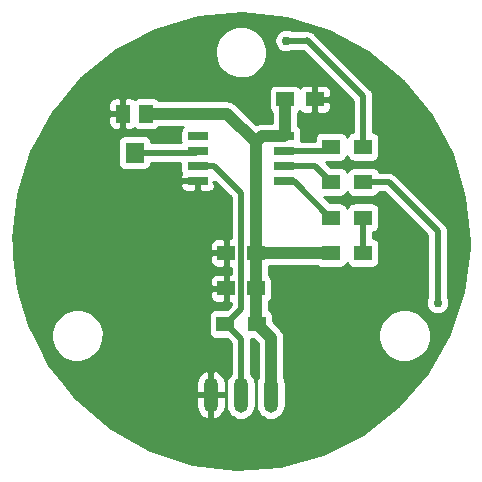
<source format=gtl>
G04 #@! TF.FileFunction,Copper,L1,Top,Signal*
%FSLAX46Y46*%
G04 Gerber Fmt 4.6, Leading zero omitted, Abs format (unit mm)*
G04 Created by KiCad (PCBNEW 4.0.4+e1-6308~48~ubuntu16.04.1-stable) date Sat Nov 26 13:58:56 2016*
%MOMM*%
%LPD*%
G01*
G04 APERTURE LIST*
%ADD10C,0.100000*%
%ADD11R,1.500000X1.250000*%
%ADD12R,1.700000X0.650000*%
%ADD13O,1.250000X3.000000*%
%ADD14R,1.500000X1.300000*%
%ADD15R,1.200000X1.500000*%
%ADD16R,1.600000X1.700000*%
%ADD17C,0.750000*%
%ADD18C,1.000000*%
%ADD19C,0.500000*%
%ADD20C,0.250000*%
G04 APERTURE END LIST*
D10*
D11*
X141250000Y-96000000D03*
X138750000Y-96000000D03*
D12*
X136350000Y-86095000D03*
X136350000Y-87365000D03*
X136350000Y-88635000D03*
X136350000Y-89905000D03*
X143650000Y-89905000D03*
X143650000Y-88635000D03*
X143650000Y-87365000D03*
X143650000Y-86095000D03*
D13*
X137460000Y-108000000D03*
X140000000Y-108000000D03*
X142540000Y-108000000D03*
D14*
X141350000Y-102000000D03*
X138650000Y-102000000D03*
X147650000Y-96000000D03*
X150350000Y-96000000D03*
X150350000Y-90000000D03*
X147650000Y-90000000D03*
X150350000Y-87000000D03*
X147650000Y-87000000D03*
D15*
X132000000Y-84200000D03*
D16*
X131000000Y-87500000D03*
D15*
X130000000Y-84200000D03*
D11*
X143750000Y-83000000D03*
X146250000Y-83000000D03*
X141250000Y-99000000D03*
X138750000Y-99000000D03*
D14*
X150350000Y-93000000D03*
X147650000Y-93000000D03*
D17*
X156650000Y-100200000D03*
X143825000Y-78025000D03*
D18*
X147650000Y-96000000D02*
X141250000Y-96000000D01*
X132000000Y-84200000D02*
X138805000Y-84200000D01*
X138805000Y-84200000D02*
X141250000Y-86645000D01*
X143750000Y-83000000D02*
X143750000Y-85995000D01*
X143750000Y-85995000D02*
X143650000Y-86095000D01*
X141250000Y-96000000D02*
X141250000Y-86645000D01*
X141250000Y-86645000D02*
X141800000Y-86095000D01*
X141800000Y-86095000D02*
X143650000Y-86095000D01*
X141250000Y-96000000D02*
X141250000Y-99000000D01*
X141250000Y-99000000D02*
X141250000Y-101900000D01*
X141250000Y-101900000D02*
X141350000Y-102000000D01*
X142540000Y-108000000D02*
X142540000Y-103190000D01*
X142540000Y-103190000D02*
X141350000Y-102000000D01*
D19*
X150350000Y-93000000D02*
X150350000Y-96000000D01*
X147650000Y-93000000D02*
X147550000Y-93000000D01*
X147550000Y-93000000D02*
X144455000Y-89905000D01*
X144455000Y-89905000D02*
X143650000Y-89905000D01*
X144175000Y-89905000D02*
X143650000Y-89905000D01*
X131000000Y-87500000D02*
X136215000Y-87500000D01*
X136215000Y-87500000D02*
X136350000Y-87365000D01*
X140000000Y-108000000D02*
X140000000Y-103250000D01*
X140000000Y-103250000D02*
X138750000Y-102000000D01*
X138750000Y-102000000D02*
X138650000Y-102000000D01*
X140000000Y-90935000D02*
X140000000Y-100750000D01*
X137700000Y-88635000D02*
X140000000Y-90935000D01*
X136350000Y-88635000D02*
X137700000Y-88635000D01*
X140000000Y-100750000D02*
X138750000Y-102000000D01*
X147650000Y-90000000D02*
X146285000Y-88635000D01*
X146285000Y-88635000D02*
X143650000Y-88635000D01*
X147650000Y-87000000D02*
X147285000Y-87365000D01*
X147285000Y-87365000D02*
X143650000Y-87365000D01*
X145600000Y-78000000D02*
X145575000Y-78025000D01*
X145575000Y-78025000D02*
X143825000Y-78025000D01*
X150350000Y-82750000D02*
X145600000Y-78000000D01*
X150350000Y-87000000D02*
X150350000Y-82750000D01*
X156650000Y-100200000D02*
X156650000Y-94150000D01*
X156650000Y-94150000D02*
X152500000Y-90000000D01*
X150350000Y-90000000D02*
X152500000Y-90000000D01*
D20*
G36*
X143880804Y-76094198D02*
X147479051Y-77208041D01*
X150792423Y-78999575D01*
X153694715Y-81400560D01*
X156075380Y-84319543D01*
X157843738Y-87645342D01*
X158932434Y-91251277D01*
X159300000Y-95000000D01*
X159292475Y-95538888D01*
X158820383Y-99275886D01*
X157631427Y-102850017D01*
X155770897Y-106125144D01*
X153309657Y-108976517D01*
X150341457Y-111295529D01*
X146979354Y-112993849D01*
X143351410Y-114006790D01*
X139595811Y-114295767D01*
X135855608Y-113849775D01*
X132273264Y-112685801D01*
X128985228Y-110848180D01*
X126116742Y-108406907D01*
X125893306Y-108125000D01*
X136210000Y-108125000D01*
X136210000Y-109000000D01*
X136258405Y-109241461D01*
X136352986Y-109468839D01*
X136490109Y-109673396D01*
X136664505Y-109847271D01*
X136869471Y-109983782D01*
X137097130Y-110077684D01*
X137141976Y-110083867D01*
X137335000Y-109961584D01*
X137335000Y-108125000D01*
X137585000Y-108125000D01*
X137585000Y-109961584D01*
X137778024Y-110083867D01*
X137822870Y-110077684D01*
X138050529Y-109983782D01*
X138255495Y-109847271D01*
X138429891Y-109673396D01*
X138567014Y-109468839D01*
X138661595Y-109241461D01*
X138710000Y-109000000D01*
X138710000Y-108125000D01*
X137585000Y-108125000D01*
X137335000Y-108125000D01*
X136210000Y-108125000D01*
X125893306Y-108125000D01*
X125001643Y-107000000D01*
X136210000Y-107000000D01*
X136210000Y-107875000D01*
X137335000Y-107875000D01*
X137335000Y-106038416D01*
X137585000Y-106038416D01*
X137585000Y-107875000D01*
X138710000Y-107875000D01*
X138710000Y-107000000D01*
X138661595Y-106758539D01*
X138567014Y-106531161D01*
X138429891Y-106326604D01*
X138255495Y-106152729D01*
X138050529Y-106016218D01*
X137822870Y-105922316D01*
X137778024Y-105916133D01*
X137585000Y-106038416D01*
X137335000Y-106038416D01*
X137141976Y-105916133D01*
X137097130Y-105922316D01*
X136869471Y-106016218D01*
X136664505Y-106152729D01*
X136490109Y-106326604D01*
X136352986Y-106531161D01*
X136258405Y-106758539D01*
X136210000Y-107000000D01*
X125001643Y-107000000D01*
X123777065Y-105454968D01*
X122611531Y-103187084D01*
X123915669Y-103187084D01*
X123994438Y-103616261D01*
X124155067Y-104021964D01*
X124391439Y-104388741D01*
X124694550Y-104702621D01*
X125052854Y-104951650D01*
X125452704Y-105126340D01*
X125878870Y-105220039D01*
X126315120Y-105229177D01*
X126744836Y-105153406D01*
X127151651Y-104995613D01*
X127520069Y-104761808D01*
X127836058Y-104460896D01*
X128087581Y-104104338D01*
X128265059Y-103705717D01*
X128361730Y-103280216D01*
X128368690Y-102781827D01*
X128283936Y-102353793D01*
X128117658Y-101950371D01*
X127876189Y-101586930D01*
X127568725Y-101277313D01*
X127206978Y-101033312D01*
X126804728Y-100864221D01*
X126377295Y-100776482D01*
X125940961Y-100773436D01*
X125512345Y-100855198D01*
X125107772Y-101018656D01*
X124742655Y-101257583D01*
X124430898Y-101562877D01*
X124184377Y-101922912D01*
X124012483Y-102323972D01*
X123921761Y-102750782D01*
X123915669Y-103187084D01*
X122611531Y-103187084D01*
X122055314Y-102104804D01*
X121245674Y-99281250D01*
X137375000Y-99281250D01*
X137375000Y-99686557D01*
X137399018Y-99807306D01*
X137446132Y-99921049D01*
X137514531Y-100023414D01*
X137601586Y-100110469D01*
X137703952Y-100178868D01*
X137817694Y-100225982D01*
X137938443Y-100250000D01*
X138468750Y-100250000D01*
X138625000Y-100093750D01*
X138625000Y-99125000D01*
X137531250Y-99125000D01*
X137375000Y-99281250D01*
X121245674Y-99281250D01*
X121017071Y-98484020D01*
X121002748Y-98313443D01*
X137375000Y-98313443D01*
X137375000Y-98718750D01*
X137531250Y-98875000D01*
X138625000Y-98875000D01*
X138625000Y-97906250D01*
X138468750Y-97750000D01*
X137938443Y-97750000D01*
X137817694Y-97774018D01*
X137703952Y-97821132D01*
X137601586Y-97889531D01*
X137514531Y-97976586D01*
X137446132Y-98078951D01*
X137399018Y-98192694D01*
X137375000Y-98313443D01*
X121002748Y-98313443D01*
X120832100Y-96281250D01*
X137375000Y-96281250D01*
X137375000Y-96686557D01*
X137399018Y-96807306D01*
X137446132Y-96921049D01*
X137514531Y-97023414D01*
X137601586Y-97110469D01*
X137703952Y-97178868D01*
X137817694Y-97225982D01*
X137938443Y-97250000D01*
X138468750Y-97250000D01*
X138625000Y-97093750D01*
X138625000Y-96125000D01*
X137531250Y-96125000D01*
X137375000Y-96281250D01*
X120832100Y-96281250D01*
X120750831Y-95313443D01*
X137375000Y-95313443D01*
X137375000Y-95718750D01*
X137531250Y-95875000D01*
X138625000Y-95875000D01*
X138625000Y-94906250D01*
X138468750Y-94750000D01*
X137938443Y-94750000D01*
X137817694Y-94774018D01*
X137703952Y-94821132D01*
X137601586Y-94889531D01*
X137514531Y-94976586D01*
X137446132Y-95078951D01*
X137399018Y-95192694D01*
X137375000Y-95313443D01*
X120750831Y-95313443D01*
X120701881Y-94730530D01*
X121121751Y-90987304D01*
X121375860Y-90186250D01*
X134875000Y-90186250D01*
X134875000Y-90291557D01*
X134899018Y-90412306D01*
X134946132Y-90526049D01*
X135014531Y-90628414D01*
X135101586Y-90715469D01*
X135203952Y-90783868D01*
X135317694Y-90830982D01*
X135438443Y-90855000D01*
X136068750Y-90855000D01*
X136225000Y-90698750D01*
X136225000Y-90030000D01*
X135031250Y-90030000D01*
X134875000Y-90186250D01*
X121375860Y-90186250D01*
X122260688Y-87396921D01*
X122671311Y-86650000D01*
X129571976Y-86650000D01*
X129571976Y-88350000D01*
X129579913Y-88449529D01*
X129632191Y-88618341D01*
X129729429Y-88765905D01*
X129863927Y-88880537D01*
X130025037Y-88953160D01*
X130200000Y-88978024D01*
X131800000Y-88978024D01*
X131899529Y-88970087D01*
X132068341Y-88917809D01*
X132215905Y-88820571D01*
X132330537Y-88686073D01*
X132403160Y-88524963D01*
X132424471Y-88375000D01*
X134871976Y-88375000D01*
X134871976Y-88960000D01*
X134879913Y-89059529D01*
X134932191Y-89228341D01*
X134957563Y-89266844D01*
X134946132Y-89283951D01*
X134899018Y-89397694D01*
X134875000Y-89518443D01*
X134875000Y-89623750D01*
X135031250Y-89780000D01*
X136225000Y-89780000D01*
X136225000Y-89760000D01*
X136475000Y-89760000D01*
X136475000Y-89780000D01*
X136495000Y-89780000D01*
X136495000Y-90030000D01*
X136475000Y-90030000D01*
X136475000Y-90698750D01*
X136631250Y-90855000D01*
X137261557Y-90855000D01*
X137382306Y-90830982D01*
X137496048Y-90783868D01*
X137598414Y-90715469D01*
X137685469Y-90628414D01*
X137753868Y-90526049D01*
X137800982Y-90412306D01*
X137825000Y-90291557D01*
X137825000Y-90186250D01*
X137668752Y-90030002D01*
X137825000Y-90030002D01*
X137825000Y-89997436D01*
X139125000Y-91297437D01*
X139125000Y-94750000D01*
X139031250Y-94750000D01*
X138875000Y-94906250D01*
X138875000Y-95875000D01*
X138895000Y-95875000D01*
X138895000Y-96125000D01*
X138875000Y-96125000D01*
X138875000Y-97093750D01*
X139031250Y-97250000D01*
X139125000Y-97250000D01*
X139125000Y-97750000D01*
X139031250Y-97750000D01*
X138875000Y-97906250D01*
X138875000Y-98875000D01*
X138895000Y-98875000D01*
X138895000Y-99125000D01*
X138875000Y-99125000D01*
X138875000Y-100093750D01*
X139031250Y-100250000D01*
X139125000Y-100250000D01*
X139125000Y-100387564D01*
X138790588Y-100721976D01*
X137900000Y-100721976D01*
X137800471Y-100729913D01*
X137631659Y-100782191D01*
X137484095Y-100879429D01*
X137369463Y-101013927D01*
X137296840Y-101175037D01*
X137271976Y-101350000D01*
X137271976Y-102650000D01*
X137279913Y-102749529D01*
X137332191Y-102918341D01*
X137429429Y-103065905D01*
X137563927Y-103180537D01*
X137725037Y-103253160D01*
X137900000Y-103278024D01*
X138790588Y-103278024D01*
X139125000Y-103612436D01*
X139125000Y-106222129D01*
X138968608Y-106408509D01*
X138851081Y-106622291D01*
X138777315Y-106854828D01*
X138750122Y-107097265D01*
X138750000Y-107114718D01*
X138750000Y-108885282D01*
X138773806Y-109128075D01*
X138844317Y-109361620D01*
X138958848Y-109577021D01*
X139113037Y-109766075D01*
X139301009Y-109921579D01*
X139515606Y-110037611D01*
X139748653Y-110109751D01*
X139991273Y-110135252D01*
X140234227Y-110113141D01*
X140468258Y-110044262D01*
X140684454Y-109931237D01*
X140874579Y-109778373D01*
X141031392Y-109591491D01*
X141148919Y-109377709D01*
X141222685Y-109145172D01*
X141249878Y-108902735D01*
X141250000Y-108885282D01*
X141250000Y-107114718D01*
X141226194Y-106871925D01*
X141155683Y-106638380D01*
X141041152Y-106422979D01*
X140886963Y-106233925D01*
X140875000Y-106224028D01*
X140875000Y-103278024D01*
X141037034Y-103278024D01*
X141415000Y-103655990D01*
X141415000Y-106578782D01*
X141391081Y-106622291D01*
X141317315Y-106854828D01*
X141290122Y-107097265D01*
X141290000Y-107114718D01*
X141290000Y-108885282D01*
X141313806Y-109128075D01*
X141384317Y-109361620D01*
X141498848Y-109577021D01*
X141653037Y-109766075D01*
X141841009Y-109921579D01*
X142055606Y-110037611D01*
X142288653Y-110109751D01*
X142531273Y-110135252D01*
X142774227Y-110113141D01*
X143008258Y-110044262D01*
X143224454Y-109931237D01*
X143414579Y-109778373D01*
X143571392Y-109591491D01*
X143688919Y-109377709D01*
X143762685Y-109145172D01*
X143789878Y-108902735D01*
X143790000Y-108885282D01*
X143790000Y-107114718D01*
X143766194Y-106871925D01*
X143695683Y-106638380D01*
X143665000Y-106580674D01*
X143665000Y-103190000D01*
X143664715Y-103187084D01*
X151628481Y-103187084D01*
X151707250Y-103616261D01*
X151867879Y-104021964D01*
X152104251Y-104388741D01*
X152407362Y-104702621D01*
X152765666Y-104951650D01*
X153165516Y-105126340D01*
X153591682Y-105220039D01*
X154027932Y-105229177D01*
X154457648Y-105153406D01*
X154864463Y-104995613D01*
X155232881Y-104761808D01*
X155548870Y-104460896D01*
X155800393Y-104104338D01*
X155977871Y-103705717D01*
X156074542Y-103280216D01*
X156081502Y-102781827D01*
X155996748Y-102353793D01*
X155830470Y-101950371D01*
X155589001Y-101586930D01*
X155281537Y-101277313D01*
X154919790Y-101033312D01*
X154517540Y-100864221D01*
X154090107Y-100776482D01*
X153653773Y-100773436D01*
X153225157Y-100855198D01*
X152820584Y-101018656D01*
X152455467Y-101257583D01*
X152143710Y-101562877D01*
X151897189Y-101922912D01*
X151725295Y-102323972D01*
X151634573Y-102750782D01*
X151628481Y-103187084D01*
X143664715Y-103187084D01*
X143654855Y-103086531D01*
X143645802Y-102983054D01*
X143644153Y-102977377D01*
X143643575Y-102971486D01*
X143613538Y-102871999D01*
X143584547Y-102772212D01*
X143581823Y-102766957D01*
X143580114Y-102761296D01*
X143531362Y-102669606D01*
X143483505Y-102577281D01*
X143479810Y-102572653D01*
X143477036Y-102567435D01*
X143411396Y-102486953D01*
X143346524Y-102405689D01*
X143338404Y-102397454D01*
X143338267Y-102397287D01*
X143338112Y-102397159D01*
X143335495Y-102394505D01*
X142728024Y-101787034D01*
X142728024Y-101350000D01*
X142720087Y-101250471D01*
X142667809Y-101081659D01*
X142570571Y-100934095D01*
X142436073Y-100819463D01*
X142375000Y-100791933D01*
X142375000Y-100122526D01*
X142415905Y-100095571D01*
X142530537Y-99961073D01*
X142603160Y-99799963D01*
X142628024Y-99625000D01*
X142628024Y-98375000D01*
X142620087Y-98275471D01*
X142567809Y-98106659D01*
X142470571Y-97959095D01*
X142375000Y-97877640D01*
X142375000Y-97125000D01*
X146498765Y-97125000D01*
X146563927Y-97180537D01*
X146725037Y-97253160D01*
X146900000Y-97278024D01*
X148400000Y-97278024D01*
X148499529Y-97270087D01*
X148668341Y-97217809D01*
X148815905Y-97120571D01*
X148930537Y-96986073D01*
X149003160Y-96824963D01*
X149003196Y-96824712D01*
X149032191Y-96918341D01*
X149129429Y-97065905D01*
X149263927Y-97180537D01*
X149425037Y-97253160D01*
X149600000Y-97278024D01*
X151100000Y-97278024D01*
X151199529Y-97270087D01*
X151368341Y-97217809D01*
X151515905Y-97120571D01*
X151630537Y-96986073D01*
X151703160Y-96824963D01*
X151728024Y-96650000D01*
X151728024Y-95350000D01*
X151720087Y-95250471D01*
X151667809Y-95081659D01*
X151570571Y-94934095D01*
X151436073Y-94819463D01*
X151274963Y-94746840D01*
X151225000Y-94739740D01*
X151225000Y-94262199D01*
X151368341Y-94217809D01*
X151515905Y-94120571D01*
X151630537Y-93986073D01*
X151703160Y-93824963D01*
X151728024Y-93650000D01*
X151728024Y-92350000D01*
X151720087Y-92250471D01*
X151667809Y-92081659D01*
X151570571Y-91934095D01*
X151436073Y-91819463D01*
X151274963Y-91746840D01*
X151100000Y-91721976D01*
X149600000Y-91721976D01*
X149500471Y-91729913D01*
X149331659Y-91782191D01*
X149184095Y-91879429D01*
X149069463Y-92013927D01*
X148996840Y-92175037D01*
X148996804Y-92175288D01*
X148967809Y-92081659D01*
X148870571Y-91934095D01*
X148736073Y-91819463D01*
X148574963Y-91746840D01*
X148400000Y-91721976D01*
X147509412Y-91721976D01*
X147065460Y-91278024D01*
X148400000Y-91278024D01*
X148499529Y-91270087D01*
X148668341Y-91217809D01*
X148815905Y-91120571D01*
X148930537Y-90986073D01*
X149003160Y-90824963D01*
X149003196Y-90824712D01*
X149032191Y-90918341D01*
X149129429Y-91065905D01*
X149263927Y-91180537D01*
X149425037Y-91253160D01*
X149600000Y-91278024D01*
X151100000Y-91278024D01*
X151199529Y-91270087D01*
X151368341Y-91217809D01*
X151515905Y-91120571D01*
X151630537Y-90986073D01*
X151680605Y-90875000D01*
X152137564Y-90875000D01*
X155775000Y-94512437D01*
X155775000Y-99707814D01*
X155769453Y-99715915D01*
X155692197Y-99896167D01*
X155651423Y-100087992D01*
X155648685Y-100284083D01*
X155684087Y-100476971D01*
X155756280Y-100659310D01*
X155862514Y-100824154D01*
X155998744Y-100965223D01*
X156159780Y-101077146D01*
X156339488Y-101155659D01*
X156531023Y-101197770D01*
X156727090Y-101201877D01*
X156920221Y-101167823D01*
X157103059Y-101096905D01*
X157268641Y-100991824D01*
X157410658Y-100856583D01*
X157523702Y-100696332D01*
X157603468Y-100517176D01*
X157646916Y-100325940D01*
X157650043Y-100101945D01*
X157611952Y-99909570D01*
X157537220Y-99728257D01*
X157525000Y-99709864D01*
X157525000Y-94150000D01*
X157517110Y-94069529D01*
X157510068Y-93989042D01*
X157508785Y-93984627D01*
X157508336Y-93980045D01*
X157484949Y-93902585D01*
X157462424Y-93825053D01*
X157460310Y-93820974D01*
X157458978Y-93816563D01*
X157421006Y-93745147D01*
X157383837Y-93673441D01*
X157380966Y-93669845D01*
X157378806Y-93665782D01*
X157327743Y-93603173D01*
X157277297Y-93539980D01*
X157270978Y-93533573D01*
X157270874Y-93533445D01*
X157270755Y-93533347D01*
X157268718Y-93531281D01*
X153118718Y-89381282D01*
X153056248Y-89329967D01*
X152994346Y-89278026D01*
X152990319Y-89275812D01*
X152986759Y-89272888D01*
X152915469Y-89234663D01*
X152844699Y-89195757D01*
X152840315Y-89194366D01*
X152836258Y-89192191D01*
X152758959Y-89168558D01*
X152681923Y-89144121D01*
X152677349Y-89143608D01*
X152672950Y-89142263D01*
X152592594Y-89134101D01*
X152512217Y-89125085D01*
X152503215Y-89125022D01*
X152503054Y-89125006D01*
X152502904Y-89125020D01*
X152500000Y-89125000D01*
X151681231Y-89125000D01*
X151667809Y-89081659D01*
X151570571Y-88934095D01*
X151436073Y-88819463D01*
X151274963Y-88746840D01*
X151100000Y-88721976D01*
X149600000Y-88721976D01*
X149500471Y-88729913D01*
X149331659Y-88782191D01*
X149184095Y-88879429D01*
X149069463Y-89013927D01*
X148996840Y-89175037D01*
X148996804Y-89175288D01*
X148967809Y-89081659D01*
X148870571Y-88934095D01*
X148736073Y-88819463D01*
X148574963Y-88746840D01*
X148400000Y-88721976D01*
X147609413Y-88721976D01*
X147165460Y-88278024D01*
X148400000Y-88278024D01*
X148499529Y-88270087D01*
X148668341Y-88217809D01*
X148815905Y-88120571D01*
X148930537Y-87986073D01*
X149003160Y-87824963D01*
X149003196Y-87824712D01*
X149032191Y-87918341D01*
X149129429Y-88065905D01*
X149263927Y-88180537D01*
X149425037Y-88253160D01*
X149600000Y-88278024D01*
X151100000Y-88278024D01*
X151199529Y-88270087D01*
X151368341Y-88217809D01*
X151515905Y-88120571D01*
X151630537Y-87986073D01*
X151703160Y-87824963D01*
X151728024Y-87650000D01*
X151728024Y-86350000D01*
X151720087Y-86250471D01*
X151667809Y-86081659D01*
X151570571Y-85934095D01*
X151436073Y-85819463D01*
X151274963Y-85746840D01*
X151225000Y-85739740D01*
X151225000Y-82750000D01*
X151217110Y-82669529D01*
X151210068Y-82589042D01*
X151208785Y-82584627D01*
X151208336Y-82580045D01*
X151184949Y-82502585D01*
X151162424Y-82425053D01*
X151160310Y-82420974D01*
X151158978Y-82416563D01*
X151121006Y-82345147D01*
X151083837Y-82273441D01*
X151080966Y-82269845D01*
X151078806Y-82265782D01*
X151027743Y-82203173D01*
X150977297Y-82139980D01*
X150970978Y-82133573D01*
X150970874Y-82133445D01*
X150970755Y-82133347D01*
X150968718Y-82131281D01*
X146218718Y-77381282D01*
X146155040Y-77328975D01*
X146091822Y-77276305D01*
X146089136Y-77274841D01*
X146086759Y-77272888D01*
X146014089Y-77233923D01*
X145941889Y-77194558D01*
X145938961Y-77193641D01*
X145936258Y-77192191D01*
X145857539Y-77168124D01*
X145778934Y-77143491D01*
X145775882Y-77143159D01*
X145772950Y-77142263D01*
X145691098Y-77133949D01*
X145609163Y-77125048D01*
X145606103Y-77125316D01*
X145603054Y-77125006D01*
X145521075Y-77132755D01*
X145439042Y-77139932D01*
X145436099Y-77140787D01*
X145433042Y-77141076D01*
X145403108Y-77150000D01*
X144316128Y-77150000D01*
X144302926Y-77141095D01*
X144122139Y-77065099D01*
X143930034Y-77025666D01*
X143733929Y-77024297D01*
X143541292Y-77061044D01*
X143359462Y-77134508D01*
X143195364Y-77241891D01*
X143055249Y-77379102D01*
X142944453Y-77540915D01*
X142867197Y-77721167D01*
X142826423Y-77912992D01*
X142823685Y-78109083D01*
X142859087Y-78301971D01*
X142931280Y-78484310D01*
X143037514Y-78649154D01*
X143173744Y-78790223D01*
X143334780Y-78902146D01*
X143514488Y-78980659D01*
X143706023Y-79022770D01*
X143902090Y-79026877D01*
X144095221Y-78992823D01*
X144278059Y-78921905D01*
X144312576Y-78900000D01*
X145262564Y-78900000D01*
X149475000Y-83112437D01*
X149475000Y-85737801D01*
X149331659Y-85782191D01*
X149184095Y-85879429D01*
X149069463Y-86013927D01*
X148996840Y-86175037D01*
X148996804Y-86175288D01*
X148967809Y-86081659D01*
X148870571Y-85934095D01*
X148736073Y-85819463D01*
X148574963Y-85746840D01*
X148400000Y-85721976D01*
X146900000Y-85721976D01*
X146800471Y-85729913D01*
X146631659Y-85782191D01*
X146484095Y-85879429D01*
X146369463Y-86013927D01*
X146296840Y-86175037D01*
X146271976Y-86350000D01*
X146271976Y-86490000D01*
X145118076Y-86490000D01*
X145128024Y-86420000D01*
X145128024Y-85770000D01*
X145120087Y-85670471D01*
X145067809Y-85501659D01*
X144970571Y-85354095D01*
X144875000Y-85272640D01*
X144875000Y-84122526D01*
X144915905Y-84095571D01*
X144998215Y-83998996D01*
X145014531Y-84023414D01*
X145101586Y-84110469D01*
X145203952Y-84178868D01*
X145317694Y-84225982D01*
X145438443Y-84250000D01*
X145968750Y-84250000D01*
X146125000Y-84093750D01*
X146125000Y-83125000D01*
X146375000Y-83125000D01*
X146375000Y-84093750D01*
X146531250Y-84250000D01*
X147061557Y-84250000D01*
X147182306Y-84225982D01*
X147296048Y-84178868D01*
X147398414Y-84110469D01*
X147485469Y-84023414D01*
X147553868Y-83921049D01*
X147600982Y-83807306D01*
X147625000Y-83686557D01*
X147625000Y-83281250D01*
X147468750Y-83125000D01*
X146375000Y-83125000D01*
X146125000Y-83125000D01*
X146105000Y-83125000D01*
X146105000Y-82875000D01*
X146125000Y-82875000D01*
X146125000Y-81906250D01*
X146375000Y-81906250D01*
X146375000Y-82875000D01*
X147468750Y-82875000D01*
X147625000Y-82718750D01*
X147625000Y-82313443D01*
X147600982Y-82192694D01*
X147553868Y-82078951D01*
X147485469Y-81976586D01*
X147398414Y-81889531D01*
X147296048Y-81821132D01*
X147182306Y-81774018D01*
X147061557Y-81750000D01*
X146531250Y-81750000D01*
X146375000Y-81906250D01*
X146125000Y-81906250D01*
X145968750Y-81750000D01*
X145438443Y-81750000D01*
X145317694Y-81774018D01*
X145203952Y-81821132D01*
X145101586Y-81889531D01*
X145014531Y-81976586D01*
X144998201Y-82001025D01*
X144970571Y-81959095D01*
X144836073Y-81844463D01*
X144674963Y-81771840D01*
X144500000Y-81746976D01*
X143000000Y-81746976D01*
X142900471Y-81754913D01*
X142731659Y-81807191D01*
X142584095Y-81904429D01*
X142469463Y-82038927D01*
X142396840Y-82200037D01*
X142371976Y-82375000D01*
X142371976Y-83625000D01*
X142379913Y-83724529D01*
X142432191Y-83893341D01*
X142529429Y-84040905D01*
X142625000Y-84122360D01*
X142625000Y-84970000D01*
X141800000Y-84970000D01*
X141696531Y-84980145D01*
X141593054Y-84989198D01*
X141587377Y-84990847D01*
X141581486Y-84991425D01*
X141481966Y-85021472D01*
X141382211Y-85050454D01*
X141376960Y-85053176D01*
X141371296Y-85054886D01*
X141292678Y-85096688D01*
X139600495Y-83404505D01*
X139520190Y-83338541D01*
X139440588Y-83271747D01*
X139435405Y-83268898D01*
X139430833Y-83265142D01*
X139339254Y-83216038D01*
X139248185Y-83165973D01*
X139242544Y-83164183D01*
X139237332Y-83161389D01*
X139138015Y-83131025D01*
X139038901Y-83099584D01*
X139033017Y-83098924D01*
X139027365Y-83097196D01*
X138924015Y-83086698D01*
X138820707Y-83075110D01*
X138809144Y-83075029D01*
X138808927Y-83075007D01*
X138808725Y-83075026D01*
X138805000Y-83075000D01*
X133097526Y-83075000D01*
X133070571Y-83034095D01*
X132936073Y-82919463D01*
X132774963Y-82846840D01*
X132600000Y-82821976D01*
X131400000Y-82821976D01*
X131300471Y-82829913D01*
X131131659Y-82882191D01*
X131001707Y-82967824D01*
X130998414Y-82964531D01*
X130896048Y-82896132D01*
X130782306Y-82849018D01*
X130661557Y-82825000D01*
X130281250Y-82825000D01*
X130125000Y-82981250D01*
X130125000Y-84075000D01*
X130145000Y-84075000D01*
X130145000Y-84325000D01*
X130125000Y-84325000D01*
X130125000Y-85418750D01*
X130281250Y-85575000D01*
X130661557Y-85575000D01*
X130782306Y-85550982D01*
X130896048Y-85503868D01*
X130998414Y-85435469D01*
X131004228Y-85429655D01*
X131063927Y-85480537D01*
X131225037Y-85553160D01*
X131400000Y-85578024D01*
X132600000Y-85578024D01*
X132699529Y-85570087D01*
X132868341Y-85517809D01*
X133015905Y-85420571D01*
X133097360Y-85325000D01*
X135062301Y-85325000D01*
X134969463Y-85433927D01*
X134896840Y-85595037D01*
X134871976Y-85770000D01*
X134871976Y-86420000D01*
X134879913Y-86519529D01*
X134912575Y-86625000D01*
X132426030Y-86625000D01*
X132420087Y-86550471D01*
X132367809Y-86381659D01*
X132270571Y-86234095D01*
X132136073Y-86119463D01*
X131974963Y-86046840D01*
X131800000Y-86021976D01*
X130200000Y-86021976D01*
X130100471Y-86029913D01*
X129931659Y-86082191D01*
X129784095Y-86179429D01*
X129669463Y-86313927D01*
X129596840Y-86475037D01*
X129571976Y-86650000D01*
X122671311Y-86650000D01*
X123863591Y-84481250D01*
X128775000Y-84481250D01*
X128775000Y-85011557D01*
X128799018Y-85132306D01*
X128846132Y-85246049D01*
X128914531Y-85348414D01*
X129001586Y-85435469D01*
X129103952Y-85503868D01*
X129217694Y-85550982D01*
X129338443Y-85575000D01*
X129718750Y-85575000D01*
X129875000Y-85418750D01*
X129875000Y-84325000D01*
X128931250Y-84325000D01*
X128775000Y-84481250D01*
X123863591Y-84481250D01*
X124075309Y-84096137D01*
X124669134Y-83388443D01*
X128775000Y-83388443D01*
X128775000Y-83918750D01*
X128931250Y-84075000D01*
X129875000Y-84075000D01*
X129875000Y-82981250D01*
X129718750Y-82825000D01*
X129338443Y-82825000D01*
X129217694Y-82849018D01*
X129103952Y-82896132D01*
X129001586Y-82964531D01*
X128914531Y-83051586D01*
X128846132Y-83153951D01*
X128799018Y-83267694D01*
X128775000Y-83388443D01*
X124669134Y-83388443D01*
X126496498Y-81210677D01*
X129013340Y-79187084D01*
X137772075Y-79187084D01*
X137850844Y-79616261D01*
X138011473Y-80021964D01*
X138247845Y-80388741D01*
X138550956Y-80702621D01*
X138909260Y-80951650D01*
X139309110Y-81126340D01*
X139735276Y-81220039D01*
X140171526Y-81229177D01*
X140601242Y-81153406D01*
X141008057Y-80995613D01*
X141376475Y-80761808D01*
X141692464Y-80460896D01*
X141943987Y-80104338D01*
X142121465Y-79705717D01*
X142218136Y-79280216D01*
X142225096Y-78781827D01*
X142140342Y-78353793D01*
X141974064Y-77950371D01*
X141732595Y-77586930D01*
X141425131Y-77277313D01*
X141063384Y-77033312D01*
X140661134Y-76864221D01*
X140233701Y-76776482D01*
X139797367Y-76773436D01*
X139368751Y-76855198D01*
X138964178Y-77018656D01*
X138599061Y-77257583D01*
X138287304Y-77562877D01*
X138040783Y-77922912D01*
X137868889Y-78323972D01*
X137778167Y-78750782D01*
X137772075Y-79187084D01*
X129013340Y-79187084D01*
X129432030Y-78850449D01*
X132770093Y-77105352D01*
X136383541Y-76041856D01*
X140134738Y-75700470D01*
X143880804Y-76094198D01*
X143880804Y-76094198D01*
G37*
X143880804Y-76094198D02*
X147479051Y-77208041D01*
X150792423Y-78999575D01*
X153694715Y-81400560D01*
X156075380Y-84319543D01*
X157843738Y-87645342D01*
X158932434Y-91251277D01*
X159300000Y-95000000D01*
X159292475Y-95538888D01*
X158820383Y-99275886D01*
X157631427Y-102850017D01*
X155770897Y-106125144D01*
X153309657Y-108976517D01*
X150341457Y-111295529D01*
X146979354Y-112993849D01*
X143351410Y-114006790D01*
X139595811Y-114295767D01*
X135855608Y-113849775D01*
X132273264Y-112685801D01*
X128985228Y-110848180D01*
X126116742Y-108406907D01*
X125893306Y-108125000D01*
X136210000Y-108125000D01*
X136210000Y-109000000D01*
X136258405Y-109241461D01*
X136352986Y-109468839D01*
X136490109Y-109673396D01*
X136664505Y-109847271D01*
X136869471Y-109983782D01*
X137097130Y-110077684D01*
X137141976Y-110083867D01*
X137335000Y-109961584D01*
X137335000Y-108125000D01*
X137585000Y-108125000D01*
X137585000Y-109961584D01*
X137778024Y-110083867D01*
X137822870Y-110077684D01*
X138050529Y-109983782D01*
X138255495Y-109847271D01*
X138429891Y-109673396D01*
X138567014Y-109468839D01*
X138661595Y-109241461D01*
X138710000Y-109000000D01*
X138710000Y-108125000D01*
X137585000Y-108125000D01*
X137335000Y-108125000D01*
X136210000Y-108125000D01*
X125893306Y-108125000D01*
X125001643Y-107000000D01*
X136210000Y-107000000D01*
X136210000Y-107875000D01*
X137335000Y-107875000D01*
X137335000Y-106038416D01*
X137585000Y-106038416D01*
X137585000Y-107875000D01*
X138710000Y-107875000D01*
X138710000Y-107000000D01*
X138661595Y-106758539D01*
X138567014Y-106531161D01*
X138429891Y-106326604D01*
X138255495Y-106152729D01*
X138050529Y-106016218D01*
X137822870Y-105922316D01*
X137778024Y-105916133D01*
X137585000Y-106038416D01*
X137335000Y-106038416D01*
X137141976Y-105916133D01*
X137097130Y-105922316D01*
X136869471Y-106016218D01*
X136664505Y-106152729D01*
X136490109Y-106326604D01*
X136352986Y-106531161D01*
X136258405Y-106758539D01*
X136210000Y-107000000D01*
X125001643Y-107000000D01*
X123777065Y-105454968D01*
X122611531Y-103187084D01*
X123915669Y-103187084D01*
X123994438Y-103616261D01*
X124155067Y-104021964D01*
X124391439Y-104388741D01*
X124694550Y-104702621D01*
X125052854Y-104951650D01*
X125452704Y-105126340D01*
X125878870Y-105220039D01*
X126315120Y-105229177D01*
X126744836Y-105153406D01*
X127151651Y-104995613D01*
X127520069Y-104761808D01*
X127836058Y-104460896D01*
X128087581Y-104104338D01*
X128265059Y-103705717D01*
X128361730Y-103280216D01*
X128368690Y-102781827D01*
X128283936Y-102353793D01*
X128117658Y-101950371D01*
X127876189Y-101586930D01*
X127568725Y-101277313D01*
X127206978Y-101033312D01*
X126804728Y-100864221D01*
X126377295Y-100776482D01*
X125940961Y-100773436D01*
X125512345Y-100855198D01*
X125107772Y-101018656D01*
X124742655Y-101257583D01*
X124430898Y-101562877D01*
X124184377Y-101922912D01*
X124012483Y-102323972D01*
X123921761Y-102750782D01*
X123915669Y-103187084D01*
X122611531Y-103187084D01*
X122055314Y-102104804D01*
X121245674Y-99281250D01*
X137375000Y-99281250D01*
X137375000Y-99686557D01*
X137399018Y-99807306D01*
X137446132Y-99921049D01*
X137514531Y-100023414D01*
X137601586Y-100110469D01*
X137703952Y-100178868D01*
X137817694Y-100225982D01*
X137938443Y-100250000D01*
X138468750Y-100250000D01*
X138625000Y-100093750D01*
X138625000Y-99125000D01*
X137531250Y-99125000D01*
X137375000Y-99281250D01*
X121245674Y-99281250D01*
X121017071Y-98484020D01*
X121002748Y-98313443D01*
X137375000Y-98313443D01*
X137375000Y-98718750D01*
X137531250Y-98875000D01*
X138625000Y-98875000D01*
X138625000Y-97906250D01*
X138468750Y-97750000D01*
X137938443Y-97750000D01*
X137817694Y-97774018D01*
X137703952Y-97821132D01*
X137601586Y-97889531D01*
X137514531Y-97976586D01*
X137446132Y-98078951D01*
X137399018Y-98192694D01*
X137375000Y-98313443D01*
X121002748Y-98313443D01*
X120832100Y-96281250D01*
X137375000Y-96281250D01*
X137375000Y-96686557D01*
X137399018Y-96807306D01*
X137446132Y-96921049D01*
X137514531Y-97023414D01*
X137601586Y-97110469D01*
X137703952Y-97178868D01*
X137817694Y-97225982D01*
X137938443Y-97250000D01*
X138468750Y-97250000D01*
X138625000Y-97093750D01*
X138625000Y-96125000D01*
X137531250Y-96125000D01*
X137375000Y-96281250D01*
X120832100Y-96281250D01*
X120750831Y-95313443D01*
X137375000Y-95313443D01*
X137375000Y-95718750D01*
X137531250Y-95875000D01*
X138625000Y-95875000D01*
X138625000Y-94906250D01*
X138468750Y-94750000D01*
X137938443Y-94750000D01*
X137817694Y-94774018D01*
X137703952Y-94821132D01*
X137601586Y-94889531D01*
X137514531Y-94976586D01*
X137446132Y-95078951D01*
X137399018Y-95192694D01*
X137375000Y-95313443D01*
X120750831Y-95313443D01*
X120701881Y-94730530D01*
X121121751Y-90987304D01*
X121375860Y-90186250D01*
X134875000Y-90186250D01*
X134875000Y-90291557D01*
X134899018Y-90412306D01*
X134946132Y-90526049D01*
X135014531Y-90628414D01*
X135101586Y-90715469D01*
X135203952Y-90783868D01*
X135317694Y-90830982D01*
X135438443Y-90855000D01*
X136068750Y-90855000D01*
X136225000Y-90698750D01*
X136225000Y-90030000D01*
X135031250Y-90030000D01*
X134875000Y-90186250D01*
X121375860Y-90186250D01*
X122260688Y-87396921D01*
X122671311Y-86650000D01*
X129571976Y-86650000D01*
X129571976Y-88350000D01*
X129579913Y-88449529D01*
X129632191Y-88618341D01*
X129729429Y-88765905D01*
X129863927Y-88880537D01*
X130025037Y-88953160D01*
X130200000Y-88978024D01*
X131800000Y-88978024D01*
X131899529Y-88970087D01*
X132068341Y-88917809D01*
X132215905Y-88820571D01*
X132330537Y-88686073D01*
X132403160Y-88524963D01*
X132424471Y-88375000D01*
X134871976Y-88375000D01*
X134871976Y-88960000D01*
X134879913Y-89059529D01*
X134932191Y-89228341D01*
X134957563Y-89266844D01*
X134946132Y-89283951D01*
X134899018Y-89397694D01*
X134875000Y-89518443D01*
X134875000Y-89623750D01*
X135031250Y-89780000D01*
X136225000Y-89780000D01*
X136225000Y-89760000D01*
X136475000Y-89760000D01*
X136475000Y-89780000D01*
X136495000Y-89780000D01*
X136495000Y-90030000D01*
X136475000Y-90030000D01*
X136475000Y-90698750D01*
X136631250Y-90855000D01*
X137261557Y-90855000D01*
X137382306Y-90830982D01*
X137496048Y-90783868D01*
X137598414Y-90715469D01*
X137685469Y-90628414D01*
X137753868Y-90526049D01*
X137800982Y-90412306D01*
X137825000Y-90291557D01*
X137825000Y-90186250D01*
X137668752Y-90030002D01*
X137825000Y-90030002D01*
X137825000Y-89997436D01*
X139125000Y-91297437D01*
X139125000Y-94750000D01*
X139031250Y-94750000D01*
X138875000Y-94906250D01*
X138875000Y-95875000D01*
X138895000Y-95875000D01*
X138895000Y-96125000D01*
X138875000Y-96125000D01*
X138875000Y-97093750D01*
X139031250Y-97250000D01*
X139125000Y-97250000D01*
X139125000Y-97750000D01*
X139031250Y-97750000D01*
X138875000Y-97906250D01*
X138875000Y-98875000D01*
X138895000Y-98875000D01*
X138895000Y-99125000D01*
X138875000Y-99125000D01*
X138875000Y-100093750D01*
X139031250Y-100250000D01*
X139125000Y-100250000D01*
X139125000Y-100387564D01*
X138790588Y-100721976D01*
X137900000Y-100721976D01*
X137800471Y-100729913D01*
X137631659Y-100782191D01*
X137484095Y-100879429D01*
X137369463Y-101013927D01*
X137296840Y-101175037D01*
X137271976Y-101350000D01*
X137271976Y-102650000D01*
X137279913Y-102749529D01*
X137332191Y-102918341D01*
X137429429Y-103065905D01*
X137563927Y-103180537D01*
X137725037Y-103253160D01*
X137900000Y-103278024D01*
X138790588Y-103278024D01*
X139125000Y-103612436D01*
X139125000Y-106222129D01*
X138968608Y-106408509D01*
X138851081Y-106622291D01*
X138777315Y-106854828D01*
X138750122Y-107097265D01*
X138750000Y-107114718D01*
X138750000Y-108885282D01*
X138773806Y-109128075D01*
X138844317Y-109361620D01*
X138958848Y-109577021D01*
X139113037Y-109766075D01*
X139301009Y-109921579D01*
X139515606Y-110037611D01*
X139748653Y-110109751D01*
X139991273Y-110135252D01*
X140234227Y-110113141D01*
X140468258Y-110044262D01*
X140684454Y-109931237D01*
X140874579Y-109778373D01*
X141031392Y-109591491D01*
X141148919Y-109377709D01*
X141222685Y-109145172D01*
X141249878Y-108902735D01*
X141250000Y-108885282D01*
X141250000Y-107114718D01*
X141226194Y-106871925D01*
X141155683Y-106638380D01*
X141041152Y-106422979D01*
X140886963Y-106233925D01*
X140875000Y-106224028D01*
X140875000Y-103278024D01*
X141037034Y-103278024D01*
X141415000Y-103655990D01*
X141415000Y-106578782D01*
X141391081Y-106622291D01*
X141317315Y-106854828D01*
X141290122Y-107097265D01*
X141290000Y-107114718D01*
X141290000Y-108885282D01*
X141313806Y-109128075D01*
X141384317Y-109361620D01*
X141498848Y-109577021D01*
X141653037Y-109766075D01*
X141841009Y-109921579D01*
X142055606Y-110037611D01*
X142288653Y-110109751D01*
X142531273Y-110135252D01*
X142774227Y-110113141D01*
X143008258Y-110044262D01*
X143224454Y-109931237D01*
X143414579Y-109778373D01*
X143571392Y-109591491D01*
X143688919Y-109377709D01*
X143762685Y-109145172D01*
X143789878Y-108902735D01*
X143790000Y-108885282D01*
X143790000Y-107114718D01*
X143766194Y-106871925D01*
X143695683Y-106638380D01*
X143665000Y-106580674D01*
X143665000Y-103190000D01*
X143664715Y-103187084D01*
X151628481Y-103187084D01*
X151707250Y-103616261D01*
X151867879Y-104021964D01*
X152104251Y-104388741D01*
X152407362Y-104702621D01*
X152765666Y-104951650D01*
X153165516Y-105126340D01*
X153591682Y-105220039D01*
X154027932Y-105229177D01*
X154457648Y-105153406D01*
X154864463Y-104995613D01*
X155232881Y-104761808D01*
X155548870Y-104460896D01*
X155800393Y-104104338D01*
X155977871Y-103705717D01*
X156074542Y-103280216D01*
X156081502Y-102781827D01*
X155996748Y-102353793D01*
X155830470Y-101950371D01*
X155589001Y-101586930D01*
X155281537Y-101277313D01*
X154919790Y-101033312D01*
X154517540Y-100864221D01*
X154090107Y-100776482D01*
X153653773Y-100773436D01*
X153225157Y-100855198D01*
X152820584Y-101018656D01*
X152455467Y-101257583D01*
X152143710Y-101562877D01*
X151897189Y-101922912D01*
X151725295Y-102323972D01*
X151634573Y-102750782D01*
X151628481Y-103187084D01*
X143664715Y-103187084D01*
X143654855Y-103086531D01*
X143645802Y-102983054D01*
X143644153Y-102977377D01*
X143643575Y-102971486D01*
X143613538Y-102871999D01*
X143584547Y-102772212D01*
X143581823Y-102766957D01*
X143580114Y-102761296D01*
X143531362Y-102669606D01*
X143483505Y-102577281D01*
X143479810Y-102572653D01*
X143477036Y-102567435D01*
X143411396Y-102486953D01*
X143346524Y-102405689D01*
X143338404Y-102397454D01*
X143338267Y-102397287D01*
X143338112Y-102397159D01*
X143335495Y-102394505D01*
X142728024Y-101787034D01*
X142728024Y-101350000D01*
X142720087Y-101250471D01*
X142667809Y-101081659D01*
X142570571Y-100934095D01*
X142436073Y-100819463D01*
X142375000Y-100791933D01*
X142375000Y-100122526D01*
X142415905Y-100095571D01*
X142530537Y-99961073D01*
X142603160Y-99799963D01*
X142628024Y-99625000D01*
X142628024Y-98375000D01*
X142620087Y-98275471D01*
X142567809Y-98106659D01*
X142470571Y-97959095D01*
X142375000Y-97877640D01*
X142375000Y-97125000D01*
X146498765Y-97125000D01*
X146563927Y-97180537D01*
X146725037Y-97253160D01*
X146900000Y-97278024D01*
X148400000Y-97278024D01*
X148499529Y-97270087D01*
X148668341Y-97217809D01*
X148815905Y-97120571D01*
X148930537Y-96986073D01*
X149003160Y-96824963D01*
X149003196Y-96824712D01*
X149032191Y-96918341D01*
X149129429Y-97065905D01*
X149263927Y-97180537D01*
X149425037Y-97253160D01*
X149600000Y-97278024D01*
X151100000Y-97278024D01*
X151199529Y-97270087D01*
X151368341Y-97217809D01*
X151515905Y-97120571D01*
X151630537Y-96986073D01*
X151703160Y-96824963D01*
X151728024Y-96650000D01*
X151728024Y-95350000D01*
X151720087Y-95250471D01*
X151667809Y-95081659D01*
X151570571Y-94934095D01*
X151436073Y-94819463D01*
X151274963Y-94746840D01*
X151225000Y-94739740D01*
X151225000Y-94262199D01*
X151368341Y-94217809D01*
X151515905Y-94120571D01*
X151630537Y-93986073D01*
X151703160Y-93824963D01*
X151728024Y-93650000D01*
X151728024Y-92350000D01*
X151720087Y-92250471D01*
X151667809Y-92081659D01*
X151570571Y-91934095D01*
X151436073Y-91819463D01*
X151274963Y-91746840D01*
X151100000Y-91721976D01*
X149600000Y-91721976D01*
X149500471Y-91729913D01*
X149331659Y-91782191D01*
X149184095Y-91879429D01*
X149069463Y-92013927D01*
X148996840Y-92175037D01*
X148996804Y-92175288D01*
X148967809Y-92081659D01*
X148870571Y-91934095D01*
X148736073Y-91819463D01*
X148574963Y-91746840D01*
X148400000Y-91721976D01*
X147509412Y-91721976D01*
X147065460Y-91278024D01*
X148400000Y-91278024D01*
X148499529Y-91270087D01*
X148668341Y-91217809D01*
X148815905Y-91120571D01*
X148930537Y-90986073D01*
X149003160Y-90824963D01*
X149003196Y-90824712D01*
X149032191Y-90918341D01*
X149129429Y-91065905D01*
X149263927Y-91180537D01*
X149425037Y-91253160D01*
X149600000Y-91278024D01*
X151100000Y-91278024D01*
X151199529Y-91270087D01*
X151368341Y-91217809D01*
X151515905Y-91120571D01*
X151630537Y-90986073D01*
X151680605Y-90875000D01*
X152137564Y-90875000D01*
X155775000Y-94512437D01*
X155775000Y-99707814D01*
X155769453Y-99715915D01*
X155692197Y-99896167D01*
X155651423Y-100087992D01*
X155648685Y-100284083D01*
X155684087Y-100476971D01*
X155756280Y-100659310D01*
X155862514Y-100824154D01*
X155998744Y-100965223D01*
X156159780Y-101077146D01*
X156339488Y-101155659D01*
X156531023Y-101197770D01*
X156727090Y-101201877D01*
X156920221Y-101167823D01*
X157103059Y-101096905D01*
X157268641Y-100991824D01*
X157410658Y-100856583D01*
X157523702Y-100696332D01*
X157603468Y-100517176D01*
X157646916Y-100325940D01*
X157650043Y-100101945D01*
X157611952Y-99909570D01*
X157537220Y-99728257D01*
X157525000Y-99709864D01*
X157525000Y-94150000D01*
X157517110Y-94069529D01*
X157510068Y-93989042D01*
X157508785Y-93984627D01*
X157508336Y-93980045D01*
X157484949Y-93902585D01*
X157462424Y-93825053D01*
X157460310Y-93820974D01*
X157458978Y-93816563D01*
X157421006Y-93745147D01*
X157383837Y-93673441D01*
X157380966Y-93669845D01*
X157378806Y-93665782D01*
X157327743Y-93603173D01*
X157277297Y-93539980D01*
X157270978Y-93533573D01*
X157270874Y-93533445D01*
X157270755Y-93533347D01*
X157268718Y-93531281D01*
X153118718Y-89381282D01*
X153056248Y-89329967D01*
X152994346Y-89278026D01*
X152990319Y-89275812D01*
X152986759Y-89272888D01*
X152915469Y-89234663D01*
X152844699Y-89195757D01*
X152840315Y-89194366D01*
X152836258Y-89192191D01*
X152758959Y-89168558D01*
X152681923Y-89144121D01*
X152677349Y-89143608D01*
X152672950Y-89142263D01*
X152592594Y-89134101D01*
X152512217Y-89125085D01*
X152503215Y-89125022D01*
X152503054Y-89125006D01*
X152502904Y-89125020D01*
X152500000Y-89125000D01*
X151681231Y-89125000D01*
X151667809Y-89081659D01*
X151570571Y-88934095D01*
X151436073Y-88819463D01*
X151274963Y-88746840D01*
X151100000Y-88721976D01*
X149600000Y-88721976D01*
X149500471Y-88729913D01*
X149331659Y-88782191D01*
X149184095Y-88879429D01*
X149069463Y-89013927D01*
X148996840Y-89175037D01*
X148996804Y-89175288D01*
X148967809Y-89081659D01*
X148870571Y-88934095D01*
X148736073Y-88819463D01*
X148574963Y-88746840D01*
X148400000Y-88721976D01*
X147609413Y-88721976D01*
X147165460Y-88278024D01*
X148400000Y-88278024D01*
X148499529Y-88270087D01*
X148668341Y-88217809D01*
X148815905Y-88120571D01*
X148930537Y-87986073D01*
X149003160Y-87824963D01*
X149003196Y-87824712D01*
X149032191Y-87918341D01*
X149129429Y-88065905D01*
X149263927Y-88180537D01*
X149425037Y-88253160D01*
X149600000Y-88278024D01*
X151100000Y-88278024D01*
X151199529Y-88270087D01*
X151368341Y-88217809D01*
X151515905Y-88120571D01*
X151630537Y-87986073D01*
X151703160Y-87824963D01*
X151728024Y-87650000D01*
X151728024Y-86350000D01*
X151720087Y-86250471D01*
X151667809Y-86081659D01*
X151570571Y-85934095D01*
X151436073Y-85819463D01*
X151274963Y-85746840D01*
X151225000Y-85739740D01*
X151225000Y-82750000D01*
X151217110Y-82669529D01*
X151210068Y-82589042D01*
X151208785Y-82584627D01*
X151208336Y-82580045D01*
X151184949Y-82502585D01*
X151162424Y-82425053D01*
X151160310Y-82420974D01*
X151158978Y-82416563D01*
X151121006Y-82345147D01*
X151083837Y-82273441D01*
X151080966Y-82269845D01*
X151078806Y-82265782D01*
X151027743Y-82203173D01*
X150977297Y-82139980D01*
X150970978Y-82133573D01*
X150970874Y-82133445D01*
X150970755Y-82133347D01*
X150968718Y-82131281D01*
X146218718Y-77381282D01*
X146155040Y-77328975D01*
X146091822Y-77276305D01*
X146089136Y-77274841D01*
X146086759Y-77272888D01*
X146014089Y-77233923D01*
X145941889Y-77194558D01*
X145938961Y-77193641D01*
X145936258Y-77192191D01*
X145857539Y-77168124D01*
X145778934Y-77143491D01*
X145775882Y-77143159D01*
X145772950Y-77142263D01*
X145691098Y-77133949D01*
X145609163Y-77125048D01*
X145606103Y-77125316D01*
X145603054Y-77125006D01*
X145521075Y-77132755D01*
X145439042Y-77139932D01*
X145436099Y-77140787D01*
X145433042Y-77141076D01*
X145403108Y-77150000D01*
X144316128Y-77150000D01*
X144302926Y-77141095D01*
X144122139Y-77065099D01*
X143930034Y-77025666D01*
X143733929Y-77024297D01*
X143541292Y-77061044D01*
X143359462Y-77134508D01*
X143195364Y-77241891D01*
X143055249Y-77379102D01*
X142944453Y-77540915D01*
X142867197Y-77721167D01*
X142826423Y-77912992D01*
X142823685Y-78109083D01*
X142859087Y-78301971D01*
X142931280Y-78484310D01*
X143037514Y-78649154D01*
X143173744Y-78790223D01*
X143334780Y-78902146D01*
X143514488Y-78980659D01*
X143706023Y-79022770D01*
X143902090Y-79026877D01*
X144095221Y-78992823D01*
X144278059Y-78921905D01*
X144312576Y-78900000D01*
X145262564Y-78900000D01*
X149475000Y-83112437D01*
X149475000Y-85737801D01*
X149331659Y-85782191D01*
X149184095Y-85879429D01*
X149069463Y-86013927D01*
X148996840Y-86175037D01*
X148996804Y-86175288D01*
X148967809Y-86081659D01*
X148870571Y-85934095D01*
X148736073Y-85819463D01*
X148574963Y-85746840D01*
X148400000Y-85721976D01*
X146900000Y-85721976D01*
X146800471Y-85729913D01*
X146631659Y-85782191D01*
X146484095Y-85879429D01*
X146369463Y-86013927D01*
X146296840Y-86175037D01*
X146271976Y-86350000D01*
X146271976Y-86490000D01*
X145118076Y-86490000D01*
X145128024Y-86420000D01*
X145128024Y-85770000D01*
X145120087Y-85670471D01*
X145067809Y-85501659D01*
X144970571Y-85354095D01*
X144875000Y-85272640D01*
X144875000Y-84122526D01*
X144915905Y-84095571D01*
X144998215Y-83998996D01*
X145014531Y-84023414D01*
X145101586Y-84110469D01*
X145203952Y-84178868D01*
X145317694Y-84225982D01*
X145438443Y-84250000D01*
X145968750Y-84250000D01*
X146125000Y-84093750D01*
X146125000Y-83125000D01*
X146375000Y-83125000D01*
X146375000Y-84093750D01*
X146531250Y-84250000D01*
X147061557Y-84250000D01*
X147182306Y-84225982D01*
X147296048Y-84178868D01*
X147398414Y-84110469D01*
X147485469Y-84023414D01*
X147553868Y-83921049D01*
X147600982Y-83807306D01*
X147625000Y-83686557D01*
X147625000Y-83281250D01*
X147468750Y-83125000D01*
X146375000Y-83125000D01*
X146125000Y-83125000D01*
X146105000Y-83125000D01*
X146105000Y-82875000D01*
X146125000Y-82875000D01*
X146125000Y-81906250D01*
X146375000Y-81906250D01*
X146375000Y-82875000D01*
X147468750Y-82875000D01*
X147625000Y-82718750D01*
X147625000Y-82313443D01*
X147600982Y-82192694D01*
X147553868Y-82078951D01*
X147485469Y-81976586D01*
X147398414Y-81889531D01*
X147296048Y-81821132D01*
X147182306Y-81774018D01*
X147061557Y-81750000D01*
X146531250Y-81750000D01*
X146375000Y-81906250D01*
X146125000Y-81906250D01*
X145968750Y-81750000D01*
X145438443Y-81750000D01*
X145317694Y-81774018D01*
X145203952Y-81821132D01*
X145101586Y-81889531D01*
X145014531Y-81976586D01*
X144998201Y-82001025D01*
X144970571Y-81959095D01*
X144836073Y-81844463D01*
X144674963Y-81771840D01*
X144500000Y-81746976D01*
X143000000Y-81746976D01*
X142900471Y-81754913D01*
X142731659Y-81807191D01*
X142584095Y-81904429D01*
X142469463Y-82038927D01*
X142396840Y-82200037D01*
X142371976Y-82375000D01*
X142371976Y-83625000D01*
X142379913Y-83724529D01*
X142432191Y-83893341D01*
X142529429Y-84040905D01*
X142625000Y-84122360D01*
X142625000Y-84970000D01*
X141800000Y-84970000D01*
X141696531Y-84980145D01*
X141593054Y-84989198D01*
X141587377Y-84990847D01*
X141581486Y-84991425D01*
X141481966Y-85021472D01*
X141382211Y-85050454D01*
X141376960Y-85053176D01*
X141371296Y-85054886D01*
X141292678Y-85096688D01*
X139600495Y-83404505D01*
X139520190Y-83338541D01*
X139440588Y-83271747D01*
X139435405Y-83268898D01*
X139430833Y-83265142D01*
X139339254Y-83216038D01*
X139248185Y-83165973D01*
X139242544Y-83164183D01*
X139237332Y-83161389D01*
X139138015Y-83131025D01*
X139038901Y-83099584D01*
X139033017Y-83098924D01*
X139027365Y-83097196D01*
X138924015Y-83086698D01*
X138820707Y-83075110D01*
X138809144Y-83075029D01*
X138808927Y-83075007D01*
X138808725Y-83075026D01*
X138805000Y-83075000D01*
X133097526Y-83075000D01*
X133070571Y-83034095D01*
X132936073Y-82919463D01*
X132774963Y-82846840D01*
X132600000Y-82821976D01*
X131400000Y-82821976D01*
X131300471Y-82829913D01*
X131131659Y-82882191D01*
X131001707Y-82967824D01*
X130998414Y-82964531D01*
X130896048Y-82896132D01*
X130782306Y-82849018D01*
X130661557Y-82825000D01*
X130281250Y-82825000D01*
X130125000Y-82981250D01*
X130125000Y-84075000D01*
X130145000Y-84075000D01*
X130145000Y-84325000D01*
X130125000Y-84325000D01*
X130125000Y-85418750D01*
X130281250Y-85575000D01*
X130661557Y-85575000D01*
X130782306Y-85550982D01*
X130896048Y-85503868D01*
X130998414Y-85435469D01*
X131004228Y-85429655D01*
X131063927Y-85480537D01*
X131225037Y-85553160D01*
X131400000Y-85578024D01*
X132600000Y-85578024D01*
X132699529Y-85570087D01*
X132868341Y-85517809D01*
X133015905Y-85420571D01*
X133097360Y-85325000D01*
X135062301Y-85325000D01*
X134969463Y-85433927D01*
X134896840Y-85595037D01*
X134871976Y-85770000D01*
X134871976Y-86420000D01*
X134879913Y-86519529D01*
X134912575Y-86625000D01*
X132426030Y-86625000D01*
X132420087Y-86550471D01*
X132367809Y-86381659D01*
X132270571Y-86234095D01*
X132136073Y-86119463D01*
X131974963Y-86046840D01*
X131800000Y-86021976D01*
X130200000Y-86021976D01*
X130100471Y-86029913D01*
X129931659Y-86082191D01*
X129784095Y-86179429D01*
X129669463Y-86313927D01*
X129596840Y-86475037D01*
X129571976Y-86650000D01*
X122671311Y-86650000D01*
X123863591Y-84481250D01*
X128775000Y-84481250D01*
X128775000Y-85011557D01*
X128799018Y-85132306D01*
X128846132Y-85246049D01*
X128914531Y-85348414D01*
X129001586Y-85435469D01*
X129103952Y-85503868D01*
X129217694Y-85550982D01*
X129338443Y-85575000D01*
X129718750Y-85575000D01*
X129875000Y-85418750D01*
X129875000Y-84325000D01*
X128931250Y-84325000D01*
X128775000Y-84481250D01*
X123863591Y-84481250D01*
X124075309Y-84096137D01*
X124669134Y-83388443D01*
X128775000Y-83388443D01*
X128775000Y-83918750D01*
X128931250Y-84075000D01*
X129875000Y-84075000D01*
X129875000Y-82981250D01*
X129718750Y-82825000D01*
X129338443Y-82825000D01*
X129217694Y-82849018D01*
X129103952Y-82896132D01*
X129001586Y-82964531D01*
X128914531Y-83051586D01*
X128846132Y-83153951D01*
X128799018Y-83267694D01*
X128775000Y-83388443D01*
X124669134Y-83388443D01*
X126496498Y-81210677D01*
X129013340Y-79187084D01*
X137772075Y-79187084D01*
X137850844Y-79616261D01*
X138011473Y-80021964D01*
X138247845Y-80388741D01*
X138550956Y-80702621D01*
X138909260Y-80951650D01*
X139309110Y-81126340D01*
X139735276Y-81220039D01*
X140171526Y-81229177D01*
X140601242Y-81153406D01*
X141008057Y-80995613D01*
X141376475Y-80761808D01*
X141692464Y-80460896D01*
X141943987Y-80104338D01*
X142121465Y-79705717D01*
X142218136Y-79280216D01*
X142225096Y-78781827D01*
X142140342Y-78353793D01*
X141974064Y-77950371D01*
X141732595Y-77586930D01*
X141425131Y-77277313D01*
X141063384Y-77033312D01*
X140661134Y-76864221D01*
X140233701Y-76776482D01*
X139797367Y-76773436D01*
X139368751Y-76855198D01*
X138964178Y-77018656D01*
X138599061Y-77257583D01*
X138287304Y-77562877D01*
X138040783Y-77922912D01*
X137868889Y-78323972D01*
X137778167Y-78750782D01*
X137772075Y-79187084D01*
X129013340Y-79187084D01*
X129432030Y-78850449D01*
X132770093Y-77105352D01*
X136383541Y-76041856D01*
X140134738Y-75700470D01*
X143880804Y-76094198D01*
M02*

</source>
